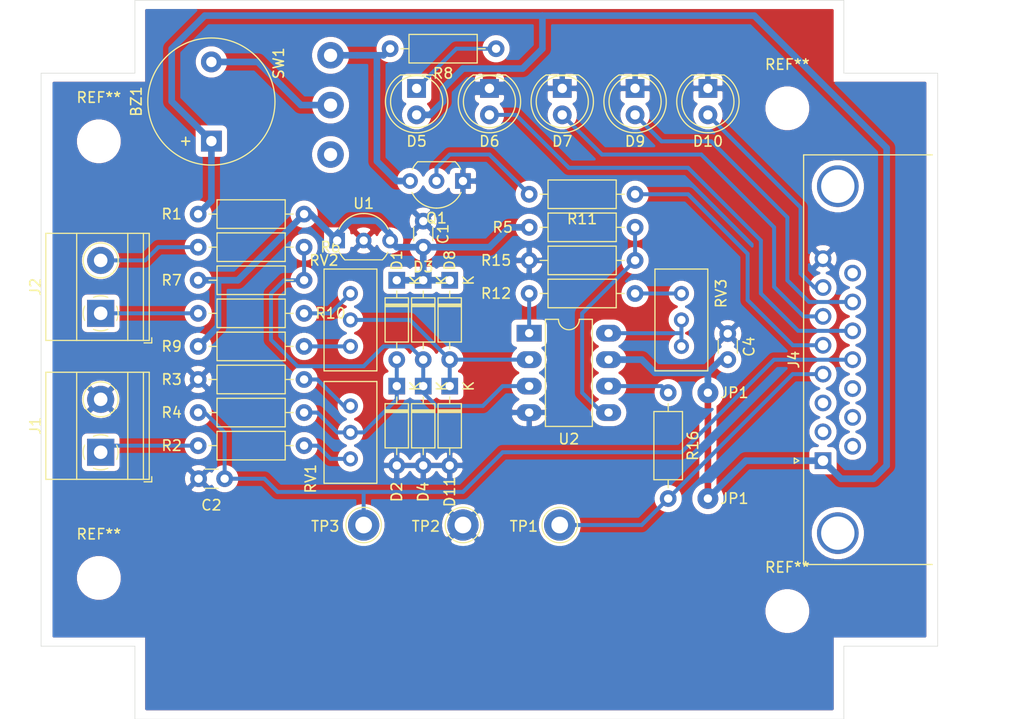
<source format=kicad_pcb>
(kicad_pcb (version 20171130) (host pcbnew 5.1.5+dfsg1-2build2)
  (layers (0 F.Cu signal) (31 B.Cu signal) (34 B.Paste user) (35 F.Paste user) (36 B.SilkS user) (37 F.SilkS user) (38 B.Mask user) (39 F.Mask user) (44 Edge.Cuts user))
  (net 0 "")
  (net 1 +5V)
  (net 2 "Net-(BZ1-Pad2)")
  (net 3 +2V5)
  (net 4 GND)
  (net 5 VS)
  (net 6 "Net-(D1-Pad2)")
  (net 7 "Net-(D3-Pad2)")
  (net 8 "Net-(D5-Pad1)")
  (net 9 IND0)
  (net 10 IND1)
  (net 11 IND2)
  (net 12 IND3)
  (net 13 BAT)
  (net 14 "Net-(J4-Pad2)")
  (net 15 "Net-(J4-Pad3)")
  (net 16 CS)
  (net 17 ALARM)
  (net 18 "Net-(J4-Pad9)")
  (net 19 "Net-(J4-Pad10)")
  (net 20 "Net-(J4-Pad11)")
  (net 21 "Net-(J4-Pad15)")
  (net 22 "Net-(R2-Pad1)")
  (net 23 "Net-(R3-Pad2)")
  (net 24 "Net-(R15-Pad1)")
  (net 25 "Net-(R9-Pad1)")
  (net 26 "Net-(R12-Pad2)")
  (net 27 "Net-(R12-Pad1)")
  (net 28 "Net-(R16-Pad1)")
  (net 29 "Net-(SW1-Pad3)")
  (net 30 "Net-(D11-Pad1)")
  (net 31 SHUNT-)
  (net 32 SHUNT+)
  (net 33 "Net-(RV3-Pad1)")
  (net 34 "Net-(R10-Pad1)")
  (net 35 "Net-(Q1-Pad3)")
  (net 36 "Net-(Q1-Pad2)")
  (module Resistor_THT:R_Axial_DIN0207_L6.3mm_D2.5mm_P10.16mm_Horizontal (layer F.Cu) (at 153.64 62.65 180)
    (fp_text reference R8 (at 5.08 -2.37) (layer F.SilkS))
    (fp_text value 270)
    (pad 2 thru_hole oval (at 10.16 0 180) (size 1.6 1.6) (drill 0.8) (layers *.Cu *.Mask) (net 35 "Net-(Q1-Pad3)"))
    (pad 1 thru_hole circle (at 0 0 180) (size 1.6 1.6) (drill 0.8) (layers *.Cu *.Mask) (net 8 "Net-(D5-Pad1)"))
  )
  (module Connector_Wire:SolderWirePad_1x01_Drill0.8mm (layer F.Cu) (at 173.96 105.83)
    (fp_text reference JP1 (at 2.54 0) (layer F.SilkS))
    (fp_text value SolderWirePad_1x01_Drill0.8mm)
    (pad 1 thru_hole circle (at 0 0) (size 1.99898 1.99898) (drill 0.8001) (layers *.Cu *.Mask) (net 1 +5V))
  )
  (module Connector_Wire:SolderWirePad_1x01_Drill0.8mm (layer F.Cu) (at 173.96 95.67)
    (fp_text reference JP1 (at 2.54 0) (layer F.SilkS))
    (fp_text value SolderWirePad_1x01_Drill0.8mm)
    (pad 1 thru_hole circle (at 0 0) (size 1.99898 1.99898) (drill 0.8001) (layers *.Cu *.Mask) (net 1 +5V))
  )
  (module LED_THT:LED_D5.0mm (layer F.Cu) (at 166.975 66.46 270)
    (fp_text reference D9 (at 5.08 0 180) (layer F.SilkS))
    (fp_text value GREEN,10mA)
    (pad 1 thru_hole rect (at 0 0 270) (size 1.8 1.8) (drill 0.9) (layers *.Cu *.Mask) (net 4 GND))
    (pad 2 thru_hole circle (at 2.54 0 270) (size 1.8 1.8) (drill 0.9) (layers *.Cu *.Mask) (net 11 IND2))
  )
  (module Resistor_THT:R_Axial_DIN0207_L6.3mm_D2.5mm_P10.16mm_Horizontal (layer F.Cu) (at 156.815 79.795)
    (fp_text reference R5 (at -2.54 0) (layer F.SilkS))
    (fp_text value 10K_1%)
    (pad 2 thru_hole oval (at 10.16 0) (size 1.6 1.6) (drill 0.8) (layers *.Cu *.Mask) (net 24 "Net-(R15-Pad1)"))
    (pad 1 thru_hole circle (at 0 0) (size 1.6 1.6) (drill 0.8) (layers *.Cu *.Mask) (net 3 +2V5))
  )
  (module Potentiometer_THT:Potentiometer_Bourns_3296W_Vertical (layer F.Cu) (at 139.67 96.94 90)
    (fp_text reference RV1 (at -6.985 -3.81 90) (layer F.SilkS))
    (fp_text value "1K, 3362P")
    (pad 1 thru_hole circle (at 0 0 90) (size 1.44 1.44) (drill 0.8) (layers *.Cu *.Mask) (net 23 "Net-(R3-Pad2)"))
    (pad 2 thru_hole circle (at -2.54 0 90) (size 1.44 1.44) (drill 0.8) (layers *.Cu *.Mask) (net 6 "Net-(D1-Pad2)"))
    (pad 3 thru_hole circle (at -5.08 0 90) (size 1.44 1.44) (drill 0.8) (layers *.Cu *.Mask) (net 22 "Net-(R2-Pad1)"))
  )
  (module MountingHole:MountingHole_3.2mm_M3 (layer F.Cu) (at 181.58 68.37)
    (fp_text reference REF** (at 0 -4.2) (layer F.SilkS))
    (fp_text value MountingHole_3.2mm_M3)
    (pad 1 np_thru_hole circle (at 0 0) (size 3.2 3.2) (drill 3.2) (layers *.Cu *.Mask))
  )
  (module MountingHole:MountingHole_3.2mm_M3 (layer F.Cu) (at 181.58 116.63)
    (fp_text reference REF** (at 0 -4.2) (layer F.SilkS))
    (fp_text value MountingHole_3.2mm_M3)
    (pad 1 np_thru_hole circle (at 0 0) (size 3.2 3.2) (drill 3.2) (layers *.Cu *.Mask))
  )
  (module MountingHole:MountingHole_3.2mm_M3 (layer F.Cu) (at 115.54 71.54)
    (fp_text reference REF** (at 0 -4.2) (layer F.SilkS))
    (fp_text value MountingHole_3.2mm_M3)
    (pad 1 np_thru_hole circle (at 0 0) (size 3.2 3.2) (drill 3.2) (layers *.Cu *.Mask))
  )
  (module MountingHole:MountingHole_3.2mm_M3 (layer F.Cu) (at 115.54 113.45)
    (fp_text reference REF** (at 0 -4.2) (layer F.SilkS))
    (fp_text value MountingHole_3.2mm_M3)
    (pad 1 np_thru_hole circle (at 0 0) (size 3.2 3.2) (drill 3.2) (layers *.Cu *.Mask))
  )
  (module Buzzer_Beeper:Buzzer_12x9.5RM7.6 (layer F.Cu) (at 126.335 71.52 90)
    (fp_text reference BZ1 (at 3.8 -7.2 90) (layer F.SilkS))
    (fp_text value CMI-1295IC-0585T)
    (fp_text user + (at -0.01 -2.54 90) (layer F.SilkS))
    (pad 1 thru_hole rect (at 0 0 90) (size 2 2) (drill 1) (layers *.Cu *.Mask) (net 1 +5V))
    (pad 2 thru_hole circle (at 7.6 0 90) (size 2 2) (drill 1) (layers *.Cu *.Mask) (net 2 "Net-(BZ1-Pad2)"))
  )
  (module Capacitor_THT:C_Disc_D3.0mm_W1.6mm_P2.50mm (layer F.Cu) (at 146.655 81.7 90)
    (fp_text reference C1 (at 1.27 1.905 90) (layer F.SilkS))
    (fp_text value 1u)
    (pad 1 thru_hole circle (at 0 0 90) (size 1.6 1.6) (drill 0.8) (layers *.Cu *.Mask) (net 3 +2V5))
    (pad 2 thru_hole circle (at 2.5 0 90) (size 1.6 1.6) (drill 0.8) (layers *.Cu *.Mask) (net 4 GND))
  )
  (module Capacitor_THT:C_Disc_D3.0mm_W1.6mm_P2.50mm (layer F.Cu) (at 125.105 103.925)
    (fp_text reference C2 (at 1.23 2.54) (layer F.SilkS))
    (fp_text value 1u)
    (pad 2 thru_hole circle (at 2.5 0) (size 1.6 1.6) (drill 0.8) (layers *.Cu *.Mask) (net 5 VS))
    (pad 1 thru_hole circle (at 0 0) (size 1.6 1.6) (drill 0.8) (layers *.Cu *.Mask) (net 4 GND))
  )
  (module Capacitor_THT:C_Disc_D3.0mm_W1.6mm_P2.50mm (layer F.Cu) (at 175.865 89.995 270)
    (fp_text reference C4 (at 1.25 -2.05 90) (layer F.SilkS))
    (fp_text value 1u)
    (pad 1 thru_hole circle (at 0 0 270) (size 1.6 1.6) (drill 0.8) (layers *.Cu *.Mask) (net 4 GND))
    (pad 2 thru_hole circle (at 2.5 0 270) (size 1.6 1.6) (drill 0.8) (layers *.Cu *.Mask) (net 1 +5V))
  )
  (module Diode_THT:D_DO-35_SOD27_P7.62mm_Horizontal (layer F.Cu) (at 144.115 84.875 270)
    (fp_text reference D1 (at -1.905 0 90) (layer F.SilkS))
    (fp_text value 1N3595)
    (fp_text user K (at 0 -1.8 90) (layer F.SilkS))
    (pad 2 thru_hole oval (at 7.62 0 270) (size 1.6 1.6) (drill 0.8) (layers *.Cu *.Mask) (net 6 "Net-(D1-Pad2)"))
    (pad 1 thru_hole rect (at 0 0 270) (size 1.6 1.6) (drill 0.8) (layers *.Cu *.Mask) (net 3 +2V5))
  )
  (module Diode_THT:D_DO-35_SOD27_P7.62mm_Horizontal (layer F.Cu) (at 144.115 95.035 270)
    (fp_text reference D2 (at 10.16 0 90) (layer F.SilkS))
    (fp_text value 1N3595)
    (fp_text user K (at 0 -1.8 90) (layer F.SilkS))
    (pad 1 thru_hole rect (at 0 0 270) (size 1.6 1.6) (drill 0.8) (layers *.Cu *.Mask) (net 6 "Net-(D1-Pad2)"))
    (pad 2 thru_hole oval (at 7.62 0 270) (size 1.6 1.6) (drill 0.8) (layers *.Cu *.Mask) (net 4 GND))
  )
  (module Diode_THT:D_DO-35_SOD27_P7.62mm_Horizontal (layer F.Cu) (at 146.655 84.875 270)
    (fp_text reference D3 (at -1.27 0 180) (layer F.SilkS))
    (fp_text value 1N3595)
    (fp_text user K (at 0 -1.8 90) (layer F.SilkS))
    (pad 1 thru_hole rect (at 0 0 270) (size 1.6 1.6) (drill 0.8) (layers *.Cu *.Mask) (net 3 +2V5))
    (pad 2 thru_hole oval (at 7.62 0 270) (size 1.6 1.6) (drill 0.8) (layers *.Cu *.Mask) (net 7 "Net-(D3-Pad2)"))
  )
  (module Diode_THT:D_DO-35_SOD27_P7.62mm_Horizontal (layer F.Cu) (at 146.655 95.035 270)
    (fp_text reference D4 (at 10.16 0 90) (layer F.SilkS))
    (fp_text value 1N3595)
    (fp_text user K (at 0 -1.8 90) (layer F.SilkS))
    (pad 2 thru_hole oval (at 7.62 0 270) (size 1.6 1.6) (drill 0.8) (layers *.Cu *.Mask) (net 4 GND))
    (pad 1 thru_hole rect (at 0 0 270) (size 1.6 1.6) (drill 0.8) (layers *.Cu *.Mask) (net 7 "Net-(D3-Pad2)"))
  )
  (module LED_THT:LED_D5.0mm (layer F.Cu) (at 146.02 66.46 270)
    (fp_text reference D5 (at 5.08 0 180) (layer F.SilkS))
    (fp_text value RED,10mA)
    (pad 1 thru_hole rect (at 0 0 270) (size 1.8 1.8) (drill 0.9) (layers *.Cu *.Mask) (net 8 "Net-(D5-Pad1)"))
    (pad 2 thru_hole circle (at 2.54 0 270) (size 1.8 1.8) (drill 0.9) (layers *.Cu *.Mask) (net 1 +5V))
  )
  (module LED_THT:LED_D5.0mm (layer F.Cu) (at 153.005 66.46 270)
    (fp_text reference D6 (at 5.08 0 180) (layer F.SilkS))
    (fp_text value RED,10mA)
    (pad 2 thru_hole circle (at 2.54 0 270) (size 1.8 1.8) (drill 0.9) (layers *.Cu *.Mask) (net 9 IND0))
    (pad 1 thru_hole rect (at 0 0 270) (size 1.8 1.8) (drill 0.9) (layers *.Cu *.Mask) (net 4 GND))
  )
  (module LED_THT:LED_D5.0mm (layer F.Cu) (at 159.99 66.46 270)
    (fp_text reference D7 (at 5.08 0 180) (layer F.SilkS))
    (fp_text value GREEN,10mA)
    (pad 1 thru_hole rect (at 0 0 270) (size 1.8 1.8) (drill 0.9) (layers *.Cu *.Mask) (net 4 GND))
    (pad 2 thru_hole circle (at 2.54 0 270) (size 1.8 1.8) (drill 0.9) (layers *.Cu *.Mask) (net 10 IND1))
  )
  (module LED_THT:LED_D5.0mm (layer F.Cu) (at 173.96 66.46 270)
    (fp_text reference D10 (at 5.08 0 180) (layer F.SilkS))
    (fp_text value GREEN,10mA)
    (pad 2 thru_hole circle (at 2.54 0 270) (size 1.8 1.8) (drill 0.9) (layers *.Cu *.Mask) (net 12 IND3))
    (pad 1 thru_hole rect (at 0 0 270) (size 1.8 1.8) (drill 0.9) (layers *.Cu *.Mask) (net 4 GND))
  )
  (module Connector_Dsub:DSUB-15_Male_Horizontal_P2.77x2.84mm_EdgePinOffset7.70mm_Housed_MountingHolesOffset9.12mm (layer F.Cu) (at 185 102.19558 90)
    (fp_text reference J4 (at 9.695 -2.8 90) (layer F.SilkS))
    (fp_text value DB15_Male)
    (pad 1 thru_hole rect (at 0 0 90) (size 1.6 1.6) (drill 1) (layers *.Cu *.Mask) (net 1 +5V))
    (pad 2 thru_hole circle (at 2.77 0 90) (size 1.6 1.6) (drill 1) (layers *.Cu *.Mask) (net 14 "Net-(J4-Pad2)"))
    (pad 3 thru_hole circle (at 5.54 0 90) (size 1.6 1.6) (drill 1) (layers *.Cu *.Mask) (net 15 "Net-(J4-Pad3)"))
    (pad 4 thru_hole circle (at 8.31 0 90) (size 1.6 1.6) (drill 1) (layers *.Cu *.Mask) (net 16 CS))
    (pad 5 thru_hole circle (at 11.08 0 90) (size 1.6 1.6) (drill 1) (layers *.Cu *.Mask) (net 17 ALARM))
    (pad 6 thru_hole circle (at 13.85 0 90) (size 1.6 1.6) (drill 1) (layers *.Cu *.Mask) (net 10 IND1))
    (pad 7 thru_hole circle (at 16.62 0 90) (size 1.6 1.6) (drill 1) (layers *.Cu *.Mask) (net 12 IND3))
    (pad 8 thru_hole circle (at 19.39 0 90) (size 1.6 1.6) (drill 1) (layers *.Cu *.Mask) (net 4 GND))
    (pad 9 thru_hole circle (at 1.385 2.84 90) (size 1.6 1.6) (drill 1) (layers *.Cu *.Mask) (net 18 "Net-(J4-Pad9)"))
    (pad 10 thru_hole circle (at 4.155 2.84 90) (size 1.6 1.6) (drill 1) (layers *.Cu *.Mask) (net 19 "Net-(J4-Pad10)"))
    (pad 11 thru_hole circle (at 6.925 2.84 90) (size 1.6 1.6) (drill 1) (layers *.Cu *.Mask) (net 20 "Net-(J4-Pad11)"))
    (pad 12 thru_hole circle (at 9.695 2.84 90) (size 1.6 1.6) (drill 1) (layers *.Cu *.Mask) (net 5 VS))
    (pad 13 thru_hole circle (at 12.465 2.84 90) (size 1.6 1.6) (drill 1) (layers *.Cu *.Mask) (net 9 IND0))
    (pad 14 thru_hole circle (at 15.235 2.84 90) (size 1.6 1.6) (drill 1) (layers *.Cu *.Mask) (net 11 IND2))
    (pad 15 thru_hole circle (at 18.005 2.84 90) (size 1.6 1.6) (drill 1) (layers *.Cu *.Mask) (net 21 "Net-(J4-Pad15)"))
    (pad 0 thru_hole circle (at -6.955 1.42 90) (size 4 4) (drill 3.2) (layers *.Cu *.Mask))
    (pad 0 thru_hole circle (at 26.345 1.42 90) (size 4 4) (drill 3.2) (layers *.Cu *.Mask))
  )
  (module Resistor_THT:R_Axial_DIN0207_L6.3mm_D2.5mm_P10.16mm_Horizontal (layer F.Cu) (at 125.065 78.525)
    (fp_text reference R1 (at -2.54 0) (layer F.SilkS))
    (fp_text value 500)
    (pad 1 thru_hole circle (at 0 0) (size 1.6 1.6) (drill 0.8) (layers *.Cu *.Mask) (net 1 +5V))
    (pad 2 thru_hole oval (at 10.16 0) (size 1.6 1.6) (drill 0.8) (layers *.Cu *.Mask) (net 3 +2V5))
  )
  (module Resistor_THT:R_Axial_DIN0207_L6.3mm_D2.5mm_P10.16mm_Horizontal (layer F.Cu) (at 135.225 100.75 180)
    (fp_text reference R2 (at 12.7 0) (layer F.SilkS))
    (fp_text value 10K_1%)
    (pad 2 thru_hole oval (at 10.16 0 180) (size 1.6 1.6) (drill 0.8) (layers *.Cu *.Mask) (net 13 BAT))
    (pad 1 thru_hole circle (at 0 0 180) (size 1.6 1.6) (drill 0.8) (layers *.Cu *.Mask) (net 22 "Net-(R2-Pad1)"))
  )
  (module Resistor_THT:R_Axial_DIN0207_L6.3mm_D2.5mm_P10.16mm_Horizontal (layer F.Cu) (at 125.065 94.4)
    (fp_text reference R3 (at -2.54 0) (layer F.SilkS))
    (fp_text value 1K2_1%)
    (pad 1 thru_hole circle (at 0 0) (size 1.6 1.6) (drill 0.8) (layers *.Cu *.Mask) (net 4 GND))
    (pad 2 thru_hole oval (at 10.16 0) (size 1.6 1.6) (drill 0.8) (layers *.Cu *.Mask) (net 23 "Net-(R3-Pad2)"))
  )
  (module Resistor_THT:R_Axial_DIN0207_L6.3mm_D2.5mm_P10.16mm_Horizontal (layer F.Cu) (at 135.225 97.575 180)
    (fp_text reference R4 (at 12.7 0) (layer F.SilkS))
    (fp_text value 100)
    (pad 1 thru_hole circle (at 0 0 180) (size 1.6 1.6) (drill 0.8) (layers *.Cu *.Mask) (net 6 "Net-(D1-Pad2)"))
    (pad 2 thru_hole oval (at 10.16 0 180) (size 1.6 1.6) (drill 0.8) (layers *.Cu *.Mask) (net 5 VS))
  )
  (module Resistor_THT:R_Axial_DIN0207_L6.3mm_D2.5mm_P10.16mm_Horizontal (layer F.Cu) (at 135.225 81.7 180)
    (fp_text reference R6 (at -2.54 0) (layer F.SilkS))
    (fp_text value 10K_1%)
    (pad 1 thru_hole circle (at 0 0 180) (size 1.6 1.6) (drill 0.8) (layers *.Cu *.Mask) (net 7 "Net-(D3-Pad2)"))
    (pad 2 thru_hole oval (at 10.16 0 180) (size 1.6 1.6) (drill 0.8) (layers *.Cu *.Mask) (net 32 SHUNT+))
  )
  (module Resistor_THT:R_Axial_DIN0207_L6.3mm_D2.5mm_P10.16mm_Horizontal (layer F.Cu) (at 135.225 84.875 180)
    (fp_text reference R7 (at 12.7 0) (layer F.SilkS))
    (fp_text value 10K_1%)
    (pad 1 thru_hole circle (at 0 0 180) (size 1.6 1.6) (drill 0.8) (layers *.Cu *.Mask) (net 7 "Net-(D3-Pad2)"))
    (pad 2 thru_hole oval (at 10.16 0 180) (size 1.6 1.6) (drill 0.8) (layers *.Cu *.Mask) (net 3 +2V5))
  )
  (module Resistor_THT:R_Axial_DIN0207_L6.3mm_D2.5mm_P10.16mm_Horizontal (layer F.Cu) (at 135.225 91.225 180)
    (fp_text reference R9 (at 12.7 0) (layer F.SilkS))
    (fp_text value 10K_1%)
    (pad 2 thru_hole oval (at 10.16 0 180) (size 1.6 1.6) (drill 0.8) (layers *.Cu *.Mask) (net 3 +2V5))
    (pad 1 thru_hole circle (at 0 0 180) (size 1.6 1.6) (drill 0.8) (layers *.Cu *.Mask) (net 25 "Net-(R9-Pad1)"))
  )
  (module Resistor_THT:R_Axial_DIN0207_L6.3mm_D2.5mm_P10.16mm_Horizontal (layer F.Cu) (at 135.225 88.05 180)
    (fp_text reference R10 (at -2.54 0) (layer F.SilkS))
    (fp_text value 10K_1%)
    (pad 1 thru_hole circle (at 0 0 180) (size 1.6 1.6) (drill 0.8) (layers *.Cu *.Mask) (net 34 "Net-(R10-Pad1)"))
    (pad 2 thru_hole oval (at 10.16 0 180) (size 1.6 1.6) (drill 0.8) (layers *.Cu *.Mask) (net 31 SHUNT-))
  )
  (module Resistor_THT:R_Axial_DIN0207_L6.3mm_D2.5mm_P10.16mm_Horizontal (layer F.Cu) (at 166.975 86.145 180)
    (fp_text reference R12 (at 13.335 0) (layer F.SilkS))
    (fp_text value 4K7)
    (pad 2 thru_hole oval (at 10.16 0 180) (size 1.6 1.6) (drill 0.8) (layers *.Cu *.Mask) (net 26 "Net-(R12-Pad2)"))
    (pad 1 thru_hole circle (at 0 0 180) (size 1.6 1.6) (drill 0.8) (layers *.Cu *.Mask) (net 27 "Net-(R12-Pad1)"))
  )
  (module Resistor_THT:R_Axial_DIN0207_L6.3mm_D2.5mm_P10.16mm_Horizontal (layer F.Cu) (at 166.975 82.97 180)
    (fp_text reference R15 (at 13.335 0) (layer F.SilkS))
    (fp_text value 10K_1%)
    (pad 2 thru_hole oval (at 10.16 0 180) (size 1.6 1.6) (drill 0.8) (layers *.Cu *.Mask) (net 4 GND))
    (pad 1 thru_hole circle (at 0 0 180) (size 1.6 1.6) (drill 0.8) (layers *.Cu *.Mask) (net 24 "Net-(R15-Pad1)"))
  )
  (module Resistor_THT:R_Axial_DIN0207_L6.3mm_D2.5mm_P10.16mm_Horizontal (layer F.Cu) (at 170.15 95.67 270)
    (fp_text reference R16 (at 5.08 -2.37 90) (layer F.SilkS))
    (fp_text value 100)
    (pad 1 thru_hole circle (at 0 0 270) (size 1.6 1.6) (drill 0.8) (layers *.Cu *.Mask) (net 28 "Net-(R16-Pad1)"))
    (pad 2 thru_hole oval (at 10.16 0 270) (size 1.6 1.6) (drill 0.8) (layers *.Cu *.Mask) (net 16 CS))
  )
  (module TestPoint:TestPoint_Loop_D2.60mm_Drill1.6mm_Beaded (layer F.Cu) (at 159.745001 108.37)
    (fp_text reference TP1 (at -3.438001 0.127) (layer F.SilkS))
    (fp_text value TestPoint)
    (pad 1 thru_hole circle (at 0 0) (size 3 3) (drill 1.6) (layers *.Cu *.Mask) (net 16 CS))
  )
  (module TestPoint:TestPoint_Loop_D2.60mm_Drill1.6mm_Beaded (layer F.Cu) (at 150.465 108.37)
    (fp_text reference TP2 (at -3.556 0.127) (layer F.SilkS))
    (fp_text value TestPoint)
    (pad 1 thru_hole circle (at 0 0) (size 3 3) (drill 1.6) (layers *.Cu *.Mask) (net 4 GND))
  )
  (module TestPoint:TestPoint_Loop_D2.60mm_Drill1.6mm_Beaded (layer F.Cu) (at 140.94 108.37)
    (fp_text reference TP3 (at -3.683 0.127) (layer F.SilkS))
    (fp_text value TestPoint)
    (pad 1 thru_hole circle (at 0 0) (size 3 3) (drill 1.6) (layers *.Cu *.Mask) (net 5 VS))
  )
  (module Package_TO_SOT_THT:TO-92_Inline_Wide (layer F.Cu) (at 138.4 81.065)
    (fp_text reference U1 (at 2.54 -3.56) (layer F.SilkS))
    (fp_text value TL431LP)
    (pad 2 thru_hole circle (at 2.54 0 90) (size 1.5 1.5) (drill 0.8) (layers *.Cu *.Mask) (net 4 GND))
    (pad 3 thru_hole circle (at 5.08 0 90) (size 1.5 1.5) (drill 0.8) (layers *.Cu *.Mask) (net 3 +2V5))
    (pad 1 thru_hole rect (at 0 0 90) (size 1.5 1.5) (drill 0.8) (layers *.Cu *.Mask) (net 3 +2V5))
  )
  (module Package_DIP:DIP-8_W7.62mm_LongPads (layer F.Cu) (at 156.815 89.955)
    (fp_text reference U2 (at 3.81 10.16) (layer F.SilkS))
    (fp_text value AD623AN)
    (pad 1 thru_hole rect (at 0 0) (size 2.4 1.6) (drill 0.8) (layers *.Cu *.Mask) (net 26 "Net-(R12-Pad2)"))
    (pad 5 thru_hole oval (at 7.62 7.62) (size 2.4 1.6) (drill 0.8) (layers *.Cu *.Mask) (net 24 "Net-(R15-Pad1)"))
    (pad 2 thru_hole oval (at 0 2.54) (size 2.4 1.6) (drill 0.8) (layers *.Cu *.Mask) (net 30 "Net-(D11-Pad1)"))
    (pad 6 thru_hole oval (at 7.62 5.08) (size 2.4 1.6) (drill 0.8) (layers *.Cu *.Mask) (net 28 "Net-(R16-Pad1)"))
    (pad 3 thru_hole oval (at 0 5.08) (size 2.4 1.6) (drill 0.8) (layers *.Cu *.Mask) (net 7 "Net-(D3-Pad2)"))
    (pad 7 thru_hole oval (at 7.62 2.54) (size 2.4 1.6) (drill 0.8) (layers *.Cu *.Mask) (net 1 +5V))
    (pad 4 thru_hole oval (at 0 7.62) (size 2.4 1.6) (drill 0.8) (layers *.Cu *.Mask) (net 4 GND))
    (pad 8 thru_hole oval (at 7.62 0) (size 2.4 1.6) (drill 0.8) (layers *.Cu *.Mask) (net 33 "Net-(RV3-Pad1)"))
  )
  (module Diode_THT:D_DO-35_SOD27_P7.62mm_Horizontal (layer F.Cu) (at 149.195 84.875 270)
    (fp_text reference D8 (at -1.905 0 90) (layer F.SilkS))
    (fp_text value 1N3595)
    (fp_text user K (at 0 -1.8 90) (layer F.SilkS))
    (pad 2 thru_hole oval (at 7.62 0 270) (size 1.6 1.6) (drill 0.8) (layers *.Cu *.Mask) (net 30 "Net-(D11-Pad1)"))
    (pad 1 thru_hole rect (at 0 0 270) (size 1.6 1.6) (drill 0.8) (layers *.Cu *.Mask) (net 3 +2V5))
  )
  (module Diode_THT:D_DO-35_SOD27_P7.62mm_Horizontal (layer F.Cu) (at 149.195 95.035 270)
    (fp_text reference D11 (at 10.16 0 90) (layer F.SilkS))
    (fp_text value 1N3595)
    (fp_text user K (at 0 -1.8 90) (layer F.SilkS))
    (pad 1 thru_hole rect (at 0 0 270) (size 1.6 1.6) (drill 0.8) (layers *.Cu *.Mask) (net 30 "Net-(D11-Pad1)"))
    (pad 2 thru_hole oval (at 7.62 0 270) (size 1.6 1.6) (drill 0.8) (layers *.Cu *.Mask) (net 4 GND))
  )
  (module TerminalBlock_Phoenix:TerminalBlock_Phoenix_MKDS-1,5-2-5.08_1x02_P5.08mm_Horizontal (layer F.Cu) (at 115.715 101.385 90)
    (fp_text reference J1 (at 2.54 -6.26 90) (layer F.SilkS))
    (fp_text value Conn_01x02)
    (pad 2 thru_hole circle (at 5.08 0 90) (size 2.6 2.6) (drill 1.3) (layers *.Cu *.Mask) (net 4 GND))
    (pad 1 thru_hole rect (at 0 0 90) (size 2.6 2.6) (drill 1.3) (layers *.Cu *.Mask) (net 13 BAT))
  )
  (module TerminalBlock_Phoenix:TerminalBlock_Phoenix_MKDS-1,5-2-5.08_1x02_P5.08mm_Horizontal (layer F.Cu) (at 115.715 88.05 90)
    (fp_text reference J2 (at 2.54 -6.26 90) (layer F.SilkS))
    (fp_text value Conn_01x02)
    (pad 1 thru_hole rect (at 0 0 90) (size 2.6 2.6) (drill 1.3) (layers *.Cu *.Mask) (net 31 SHUNT-))
    (pad 2 thru_hole circle (at 5.08 0 90) (size 2.6 2.6) (drill 1.3) (layers *.Cu *.Mask) (net 32 SHUNT+))
  )
  (module Potentiometer_THT:Potentiometer_Bourns_3296W_Vertical (layer F.Cu) (at 171.42 91.225 270)
    (fp_text reference RV3 (at -5.08 -3.81 90) (layer F.SilkS))
    (fp_text value "1K, 3362P")
    (pad 1 thru_hole circle (at 0 0 270) (size 1.44 1.44) (drill 0.8) (layers *.Cu *.Mask) (net 33 "Net-(RV3-Pad1)"))
    (pad 2 thru_hole circle (at -2.54 0 270) (size 1.44 1.44) (drill 0.8) (layers *.Cu *.Mask) (net 33 "Net-(RV3-Pad1)"))
    (pad 3 thru_hole circle (at -5.08 0 270) (size 1.44 1.44) (drill 0.8) (layers *.Cu *.Mask) (net 27 "Net-(R12-Pad1)"))
  )
  (module Potentiometer_THT:Potentiometer_Bourns_3296W_Vertical (layer F.Cu) (at 139.67 86.145 90)
    (fp_text reference RV2 (at 3.175 -2.54 180) (layer F.SilkS))
    (fp_text value "1K, 3362P")
    (pad 1 thru_hole circle (at 0 0 90) (size 1.44 1.44) (drill 0.8) (layers *.Cu *.Mask) (net 34 "Net-(R10-Pad1)"))
    (pad 2 thru_hole circle (at -2.54 0 90) (size 1.44 1.44) (drill 0.8) (layers *.Cu *.Mask) (net 30 "Net-(D11-Pad1)"))
    (pad 3 thru_hole circle (at -5.08 0 90) (size 1.44 1.44) (drill 0.8) (layers *.Cu *.Mask) (net 25 "Net-(R9-Pad1)"))
  )
  (module _batmon:SW_CIT_ANT_SPDT (layer F.Cu) (at 137.765 63.285 270)
    (fp_text reference SW1 (at 0.762 4.9784 90) (layer F.SilkS))
    (fp_text value ANT11SF1CQE)
    (pad 1 thru_hole circle (at 0 0 270) (size 2.54 2.54) (drill 1.27) (layers *.Cu *.Mask) (net 35 "Net-(Q1-Pad3)"))
    (pad 2 thru_hole circle (at 4.7752 0 270) (size 2.54 2.54) (drill 1.27) (layers *.Cu *.Mask) (net 2 "Net-(BZ1-Pad2)"))
    (pad 3 thru_hole circle (at 9.525 0 270) (size 2.54 2.54) (drill 1.27) (layers *.Cu *.Mask) (net 29 "Net-(SW1-Pad3)"))
  )
  (module Package_TO_SOT_THT:TO-92_Inline_Wide (layer F.Cu) (at 150.465 75.35 180)
    (fp_text reference Q1 (at 2.54 -3.56) (layer F.SilkS))
    (fp_text value PN2222A)
    (pad 2 thru_hole circle (at 2.54 0 270) (size 1.5 1.5) (drill 0.8) (layers *.Cu *.Mask) (net 36 "Net-(Q1-Pad2)"))
    (pad 3 thru_hole circle (at 5.08 0 270) (size 1.5 1.5) (drill 0.8) (layers *.Cu *.Mask) (net 35 "Net-(Q1-Pad3)"))
    (pad 1 thru_hole rect (at 0 0 270) (size 1.5 1.5) (drill 0.8) (layers *.Cu *.Mask) (net 4 GND))
  )
  (module Resistor_THT:R_Axial_DIN0207_L6.3mm_D2.5mm_P10.16mm_Horizontal (layer F.Cu) (at 166.975 76.62 180)
    (fp_text reference R11 (at 5.08 -2.37) (layer F.SilkS))
    (fp_text value 270)
    (pad 1 thru_hole circle (at 0 0 180) (size 1.6 1.6) (drill 0.8) (layers *.Cu *.Mask) (net 17 ALARM))
    (pad 2 thru_hole oval (at 10.16 0 180) (size 1.6 1.6) (drill 0.8) (layers *.Cu *.Mask) (net 36 "Net-(Q1-Pad2)"))
  )
  (gr_text + (at 115.54 107.1) (layer F.Cu) (effects (font (size 1.5 1.5) (thickness 0.3))))
  (gr_text + (at 115.54 77.89) (layer F.Cu) (effects (font (size 1.5 1.5) (thickness 0.3))))
  (gr_text I (at 159.355 112.18) (layer F.Cu) (effects (font (size 1.905 1.905) (thickness 0.381))))
  (gr_text V (at 140.94 112.18) (layer F.Cu) (effects (font (size 1.905 1.905) (thickness 0.381))))
  (gr_text GND (at 150.465 112.18) (layer F.Cu) (effects (font (size 1.905 1.905) (thickness 0.381))))
  (gr_line (start 187 65) (end 196 65) (layer Edge.Cuts) (width 0.05))
  (gr_line (start 187 58) (end 187 65) (layer Edge.Cuts) (width 0.05))
  (gr_line (start 119 58) (end 187 58) (layer Edge.Cuts) (width 0.05))
  (gr_line (start 119 65) (end 119 58) (layer Edge.Cuts) (width 0.05))
  (gr_line (start 110 65) (end 119 65) (layer Edge.Cuts) (width 0.05))
  (gr_line (start 110 120) (end 110 65) (layer Edge.Cuts) (width 0.05))
  (gr_line (start 119 120) (end 110 120) (layer Edge.Cuts) (width 0.05))
  (gr_line (start 119 127) (end 119 120) (layer Edge.Cuts) (width 0.05))
  (gr_line (start 187 127) (end 119 127) (layer Edge.Cuts) (width 0.05))
  (gr_line (start 187 120) (end 187 127) (layer Edge.Cuts) (width 0.05))
  (gr_line (start 196 120) (end 187 120) (layer Edge.Cuts) (width 0.05))
  (gr_line (start 196 65) (end 196 120) (layer Edge.Cuts) (width 0.05))
  (segment (start 126.335 77.255) (end 125.065 78.525) (width 0.635) (layer B.Cu) (net 1))
  (segment (start 126.335 71.52) (end 126.335 77.255) (width 0.635) (layer B.Cu) (net 1))
  (segment (start 173.96 95.67) (end 173.96 94.4) (width 0.635) (layer B.Cu) (net 1))
  (segment (start 173.96 94.4) (end 173.96 93.765) (width 0.635) (layer B.Cu) (net 1))
  (segment (start 173.96 93.765) (end 168.88 93.765) (width 0.635) (layer B.Cu) (net 1))
  (segment (start 167.61 92.495) (end 164.435 92.495) (width 0.635) (layer B.Cu) (net 1))
  (segment (start 168.88 93.765) (end 167.61 92.495) (width 0.635) (layer B.Cu) (net 1))
  (segment (start 173.96 93.765) (end 175.23 92.495) (width 0.635) (layer B.Cu) (net 1))
  (segment (start 175.23 92.495) (end 175.865 92.495) (width 0.635) (layer B.Cu) (net 1))
  (segment (start 173.96 105.83) (end 173.96 95.67) (width 0.635) (layer F.Cu) (net 1))
  (segment (start 178.405 59.475) (end 158.085 59.475) (width 0.635) (layer B.Cu) (net 1))
  (segment (start 191.105 72.175) (end 178.405 59.475) (width 0.635) (layer B.Cu) (net 1))
  (segment (start 191.105 102.655) (end 191.105 72.175) (width 0.635) (layer B.Cu) (net 1))
  (segment (start 189.835 103.925) (end 191.105 102.655) (width 0.635) (layer B.Cu) (net 1))
  (segment (start 186.72942 103.925) (end 185 102.19558) (width 0.635) (layer B.Cu) (net 1))
  (segment (start 189.835 103.925) (end 186.72942 103.925) (width 0.635) (layer B.Cu) (net 1))
  (segment (start 177.59442 102.19558) (end 185 102.19558) (width 0.635) (layer B.Cu) (net 1))
  (segment (start 173.96 105.83) (end 177.59442 102.19558) (width 0.635) (layer B.Cu) (net 1))
  (segment (start 122.525 67.71) (end 126.335 71.52) (width 0.635) (layer B.Cu) (net 1))
  (segment (start 122.525 62.65) (end 122.525 67.71) (width 0.635) (layer B.Cu) (net 1))
  (segment (start 125.7 59.475) (end 122.525 62.65) (width 0.635) (layer B.Cu) (net 1))
  (segment (start 158.085 59.475) (end 125.7 59.475) (width 0.635) (layer B.Cu) (net 1))
  (segment (start 146.02 69) (end 147.29 69) (width 0.635) (layer B.Cu) (net 1))
  (segment (start 147.29 69) (end 148.56 67.73) (width 0.635) (layer B.Cu) (net 1))
  (segment (start 148.56 67.73) (end 148.56 66.46) (width 0.635) (layer B.Cu) (net 1))
  (segment (start 148.56 66.46) (end 150.465 64.555) (width 0.635) (layer B.Cu) (net 1))
  (segment (start 150.465 64.555) (end 156.18 64.555) (width 0.635) (layer B.Cu) (net 1))
  (segment (start 158.085 62.65) (end 158.085 59.475) (width 0.635) (layer B.Cu) (net 1))
  (segment (start 156.18 64.555) (end 158.085 62.65) (width 0.635) (layer B.Cu) (net 1))
  (segment (start 134.9202 68.0602) (end 137.765 68.0602) (width 0.635) (layer B.Cu) (net 2))
  (segment (start 130.78 63.92) (end 134.9202 68.0602) (width 0.635) (layer B.Cu) (net 2))
  (segment (start 126.335 63.92) (end 130.78 63.92) (width 0.635) (layer B.Cu) (net 2))
  (segment (start 135.86 78.525) (end 138.4 81.065) (width 0.635) (layer B.Cu) (net 3))
  (segment (start 135.225 78.525) (end 135.86 78.525) (width 0.635) (layer B.Cu) (net 3))
  (segment (start 135.225 78.525) (end 128.875 84.875) (width 0.635) (layer B.Cu) (net 3))
  (segment (start 126.97 84.875) (end 125.065 84.875) (width 0.635) (layer B.Cu) (net 3))
  (segment (start 128.875 84.875) (end 126.97 84.875) (width 0.635) (layer B.Cu) (net 3))
  (segment (start 126.97 89.32) (end 126.97 84.875) (width 0.635) (layer B.Cu) (net 3))
  (segment (start 125.065 91.225) (end 126.97 89.32) (width 0.635) (layer B.Cu) (net 3))
  (segment (start 138.4 81.065) (end 138.4 80.43) (width 0.635) (layer B.Cu) (net 3))
  (segment (start 138.4 80.43) (end 139.67 79.16) (width 0.635) (layer B.Cu) (net 3))
  (segment (start 139.67 79.16) (end 142.21 79.16) (width 0.635) (layer B.Cu) (net 3))
  (segment (start 143.48 80.43) (end 143.48 81.065) (width 0.635) (layer B.Cu) (net 3))
  (segment (start 142.21 79.16) (end 143.48 80.43) (width 0.635) (layer B.Cu) (net 3))
  (segment (start 143.48 81.065) (end 144.115 81.7) (width 0.635) (layer B.Cu) (net 3))
  (segment (start 144.115 81.7) (end 146.655 81.7) (width 0.635) (layer B.Cu) (net 3))
  (segment (start 144.115 84.875) (end 146.655 84.875) (width 0.635) (layer B.Cu) (net 3))
  (segment (start 146.655 84.875) (end 149.195 84.875) (width 0.635) (layer B.Cu) (net 3))
  (segment (start 146.655 81.7) (end 146.655 84.875) (width 0.635) (layer B.Cu) (net 3))
  (segment (start 146.655 81.7) (end 153.005 81.7) (width 0.635) (layer B.Cu) (net 3))
  (segment (start 154.91 79.795) (end 156.815 79.795) (width 0.635) (layer B.Cu) (net 3))
  (segment (start 153.005 81.7) (end 154.91 79.795) (width 0.635) (layer B.Cu) (net 3))
  (segment (start 125.065 97.575) (end 125.7 97.575) (width 0.381) (layer B.Cu) (net 5))
  (segment (start 127.605 99.48) (end 127.605 103.925) (width 0.381) (layer B.Cu) (net 5))
  (segment (start 125.7 97.575) (end 127.605 99.48) (width 0.381) (layer B.Cu) (net 5))
  (segment (start 140.94 108.37) (end 140.94 105.195) (width 0.381) (layer B.Cu) (net 5))
  (segment (start 131.415 103.925) (end 127.605 103.925) (width 0.381) (layer B.Cu) (net 5))
  (segment (start 132.685 105.195) (end 131.415 103.925) (width 0.381) (layer B.Cu) (net 5))
  (segment (start 150.465 105.195) (end 132.685 105.195) (width 0.381) (layer B.Cu) (net 5))
  (segment (start 154.275 101.385) (end 150.465 105.195) (width 0.381) (layer B.Cu) (net 5))
  (segment (start 171.42 101.385) (end 154.275 101.385) (width 0.381) (layer B.Cu) (net 5))
  (segment (start 180.30442 92.50058) (end 171.42 101.385) (width 0.381) (layer B.Cu) (net 5))
  (segment (start 187.84 92.50058) (end 180.30442 92.50058) (width 0.381) (layer B.Cu) (net 5))
  (segment (start 144.115 95.035) (end 144.115 92.495) (width 0.381) (layer B.Cu) (net 6))
  (segment (start 138.4 99.48) (end 139.67 99.48) (width 0.381) (layer B.Cu) (net 6))
  (segment (start 136.495 97.575) (end 138.4 99.48) (width 0.381) (layer B.Cu) (net 6))
  (segment (start 135.225 97.575) (end 136.495 97.575) (width 0.381) (layer B.Cu) (net 6))
  (segment (start 139.67 99.48) (end 140.94 99.48) (width 0.381) (layer B.Cu) (net 6))
  (segment (start 144.115 96.305) (end 144.115 95.035) (width 0.381) (layer B.Cu) (net 6))
  (segment (start 140.94 99.48) (end 144.115 96.305) (width 0.381) (layer B.Cu) (net 6))
  (segment (start 135.225 81.7) (end 135.225 84.875) (width 0.381) (layer B.Cu) (net 7))
  (segment (start 146.655 92.495) (end 146.655 95.035) (width 0.381) (layer B.Cu) (net 7))
  (segment (start 132.05 86.145) (end 133.32 84.875) (width 0.381) (layer B.Cu) (net 7))
  (segment (start 133.32 84.875) (end 135.225 84.875) (width 0.381) (layer B.Cu) (net 7))
  (segment (start 132.05 90.59) (end 132.05 86.145) (width 0.381) (layer B.Cu) (net 7))
  (segment (start 134.59 93.13) (end 132.05 90.59) (width 0.381) (layer B.Cu) (net 7))
  (segment (start 140.94 93.13) (end 134.59 93.13) (width 0.381) (layer B.Cu) (net 7))
  (segment (start 142.845 91.225) (end 140.94 93.13) (width 0.381) (layer B.Cu) (net 7))
  (segment (start 145.385 91.225) (end 142.845 91.225) (width 0.381) (layer B.Cu) (net 7))
  (segment (start 146.655 92.495) (end 145.385 91.225) (width 0.381) (layer B.Cu) (net 7))
  (segment (start 146.655 95.035) (end 146.655 95.67) (width 0.381) (layer B.Cu) (net 7))
  (segment (start 146.655 95.67) (end 147.925 96.94) (width 0.381) (layer B.Cu) (net 7))
  (segment (start 147.925 96.94) (end 152.37 96.94) (width 0.381) (layer B.Cu) (net 7))
  (segment (start 154.275 95.035) (end 156.815 95.035) (width 0.381) (layer B.Cu) (net 7))
  (segment (start 152.37 96.94) (end 154.275 95.035) (width 0.381) (layer B.Cu) (net 7))
  (segment (start 149.83 62.65) (end 146.02 66.46) (width 0.381) (layer B.Cu) (net 8))
  (segment (start 153.64 62.65) (end 149.83 62.65) (width 0.381) (layer B.Cu) (net 8))
  (segment (start 160.625 74.08) (end 155.545 69) (width 0.381) (layer B.Cu) (net 9))
  (segment (start 172.055 74.08) (end 160.625 74.08) (width 0.381) (layer B.Cu) (net 9))
  (segment (start 155.545 69) (end 153.005 69) (width 0.381) (layer B.Cu) (net 9))
  (segment (start 179.04 81.065) (end 172.055 74.08) (width 0.381) (layer B.Cu) (net 9))
  (segment (start 179.04 86.145) (end 179.04 81.065) (width 0.381) (layer B.Cu) (net 9))
  (segment (start 182.62558 89.73058) (end 179.04 86.145) (width 0.381) (layer B.Cu) (net 9))
  (segment (start 187.84 89.73058) (end 182.62558 89.73058) (width 0.381) (layer B.Cu) (net 9))
  (segment (start 163.8 72.81) (end 159.99 69) (width 0.381) (layer B.Cu) (net 10))
  (segment (start 173.325 72.81) (end 163.8 72.81) (width 0.381) (layer B.Cu) (net 10))
  (segment (start 180.31 85.51) (end 180.31 79.795) (width 0.381) (layer B.Cu) (net 10))
  (segment (start 183.14558 88.34558) (end 180.31 85.51) (width 0.381) (layer B.Cu) (net 10))
  (segment (start 180.31 79.795) (end 173.325 72.81) (width 0.381) (layer B.Cu) (net 10))
  (segment (start 185 88.34558) (end 183.14558 88.34558) (width 0.381) (layer B.Cu) (net 10))
  (segment (start 169.515 71.54) (end 166.975 69) (width 0.381) (layer B.Cu) (net 11))
  (segment (start 174.2775 71.54) (end 169.515 71.54) (width 0.381) (layer B.Cu) (net 11))
  (segment (start 181.58 78.8425) (end 174.2775 71.54) (width 0.381) (layer B.Cu) (net 11))
  (segment (start 181.58 84.875) (end 181.58 78.8425) (width 0.381) (layer B.Cu) (net 11))
  (segment (start 183.66558 86.96058) (end 181.58 84.875) (width 0.381) (layer B.Cu) (net 11))
  (segment (start 187.84 86.96058) (end 183.66558 86.96058) (width 0.381) (layer B.Cu) (net 11))
  (segment (start 182.85 77.89) (end 177.77 72.81) (width 0.381) (layer B.Cu) (net 12))
  (segment (start 177.77 72.81) (end 173.96 69) (width 0.381) (layer B.Cu) (net 12))
  (segment (start 182.85 84.24) (end 182.85 77.89) (width 0.381) (layer B.Cu) (net 12))
  (segment (start 184.18558 85.57558) (end 182.85 84.24) (width 0.381) (layer B.Cu) (net 12))
  (segment (start 185 85.57558) (end 184.18558 85.57558) (width 0.381) (layer B.Cu) (net 12))
  (segment (start 116.35 100.75) (end 115.715 101.385) (width 0.381) (layer B.Cu) (net 13))
  (segment (start 125.065 100.75) (end 116.35 100.75) (width 0.381) (layer B.Cu) (net 13))
  (segment (start 167.61 108.37) (end 170.15 105.83) (width 0.381) (layer B.Cu) (net 16))
  (segment (start 159.745001 108.37) (end 167.61 108.37) (width 0.381) (layer B.Cu) (net 16))
  (segment (start 182.09442 93.88558) (end 185 93.88558) (width 0.381) (layer B.Cu) (net 16))
  (segment (start 170.15 105.83) (end 182.09442 93.88558) (width 0.381) (layer B.Cu) (net 16))
  (segment (start 182.10558 91.11558) (end 185 91.11558) (width 0.381) (layer B.Cu) (net 17))
  (segment (start 177.77 86.78) (end 182.10558 91.11558) (width 0.381) (layer B.Cu) (net 17))
  (segment (start 177.77 82.335) (end 177.77 86.78) (width 0.381) (layer B.Cu) (net 17))
  (segment (start 172.055 76.62) (end 177.77 82.335) (width 0.381) (layer B.Cu) (net 17))
  (segment (start 166.975 76.62) (end 172.055 76.62) (width 0.381) (layer B.Cu) (net 17))
  (segment (start 137.765 102.02) (end 139.67 102.02) (width 0.381) (layer B.Cu) (net 22))
  (segment (start 136.495 100.75) (end 137.765 102.02) (width 0.381) (layer B.Cu) (net 22))
  (segment (start 135.225 100.75) (end 136.495 100.75) (width 0.381) (layer B.Cu) (net 22))
  (segment (start 136.495 94.4) (end 135.225 94.4) (width 0.381) (layer B.Cu) (net 23))
  (segment (start 139.035 96.94) (end 136.495 94.4) (width 0.381) (layer B.Cu) (net 23))
  (segment (start 139.67 96.94) (end 139.035 96.94) (width 0.381) (layer B.Cu) (net 23))
  (segment (start 166.975 79.795) (end 166.975 82.97) (width 0.381) (layer B.Cu) (net 24))
  (segment (start 164.435 97.575) (end 163.8 97.575) (width 0.381) (layer B.Cu) (net 24))
  (segment (start 163.8 97.575) (end 161.895 95.67) (width 0.381) (layer B.Cu) (net 24))
  (segment (start 161.895 88.05) (end 166.975 82.97) (width 0.381) (layer B.Cu) (net 24))
  (segment (start 161.895 95.67) (end 161.895 88.05) (width 0.381) (layer B.Cu) (net 24))
  (segment (start 135.225 91.225) (end 139.67 91.225) (width 0.381) (layer B.Cu) (net 25))
  (segment (start 156.815 86.145) (end 156.815 89.955) (width 0.381) (layer B.Cu) (net 26))
  (segment (start 166.975 86.145) (end 171.42 86.145) (width 0.381) (layer B.Cu) (net 27))
  (segment (start 169.515 95.035) (end 170.15 95.67) (width 0.381) (layer B.Cu) (net 28))
  (segment (start 164.435 95.035) (end 169.515 95.035) (width 0.381) (layer B.Cu) (net 28))
  (segment (start 149.195 92.495) (end 149.195 95.035) (width 0.381) (layer B.Cu) (net 30))
  (segment (start 145.385 88.685) (end 149.195 92.495) (width 0.381) (layer B.Cu) (net 30))
  (segment (start 139.67 88.685) (end 145.385 88.685) (width 0.381) (layer B.Cu) (net 30))
  (segment (start 149.195 92.495) (end 156.815 92.495) (width 0.381) (layer B.Cu) (net 30))
  (segment (start 117.396 88.05) (end 125.065 88.05) (width 0.381) (layer B.Cu) (net 31))
  (segment (start 115.715 88.05) (end 117.396 88.05) (width 0.381) (layer B.Cu) (net 31))
  (segment (start 119.985 82.97) (end 121.255 81.7) (width 0.381) (layer B.Cu) (net 32))
  (segment (start 121.255 81.7) (end 125.065 81.7) (width 0.381) (layer B.Cu) (net 32))
  (segment (start 115.715 82.97) (end 119.985 82.97) (width 0.381) (layer B.Cu) (net 32))
  (segment (start 164.435 89.955) (end 171.42 89.955) (width 0.381) (layer B.Cu) (net 33))
  (segment (start 171.42 89.955) (end 171.42 88.685) (width 0.381) (layer B.Cu) (net 33))
  (segment (start 171.42 91.225) (end 171.42 89.955) (width 0.381) (layer B.Cu) (net 33))
  (segment (start 137.765 88.05) (end 139.67 86.145) (width 0.381) (layer B.Cu) (net 34))
  (segment (start 135.225 88.05) (end 137.765 88.05) (width 0.381) (layer B.Cu) (net 34))
  (segment (start 140.305 63.285) (end 137.765 63.285) (width 0.635) (layer B.Cu) (net 35))
  (segment (start 142.845 63.285) (end 143.48 62.65) (width 0.635) (layer B.Cu) (net 35))
  (segment (start 145.56 75.35) (end 144.115 75.35) (width 0.635) (layer B.Cu) (net 35))
  (segment (start 142.21 73.445) (end 142.21 65.19) (width 0.635) (layer B.Cu) (net 35))
  (segment (start 144.115 75.35) (end 142.21 73.445) (width 0.635) (layer B.Cu) (net 35))
  (segment (start 145.56 75.35) (end 145.385 75.35) (width 0.381) (layer B.Cu) (net 35))
  (segment (start 142.21 65.19) (end 142.21 63.285) (width 0.635) (layer B.Cu) (net 35))
  (segment (start 142.21 63.285) (end 142.845 63.285) (width 0.635) (layer B.Cu) (net 35))
  (segment (start 140.305 63.285) (end 142.21 63.285) (width 0.635) (layer B.Cu) (net 35))
  (segment (start 147.925 74.08) (end 147.925 75.35) (width 0.381) (layer B.Cu) (net 36))
  (segment (start 149.195 72.81) (end 147.925 74.08) (width 0.381) (layer B.Cu) (net 36))
  (segment (start 153.005 72.81) (end 149.195 72.81) (width 0.381) (layer B.Cu) (net 36))
  (segment (start 156.815 76.62) (end 153.005 72.81) (width 0.381) (layer B.Cu) (net 36))
  (zone (net 4) (net_name GND) (layer B.Cu) (connect_pads (clearance 0.508)) (min_thickness 0.254) (fill yes (arc_segments 32) (thermal_gap 0.508) (thermal_bridge_width 0.508))
    (polygon (pts (xy 186.025 65.825) (xy 194.915 65.825) (xy 194.915 119.165) (xy 186.025 119.165) (xy 186.025 126.15) (xy 119.985 126.15) (xy 119.985 119.165) (xy 111.095 119.165) (xy 111.095 65.825) (xy 119.985 65.825) (xy 119.985 58.84) (xy 186.025 58.84)))
  )
  (zone (net 4) (net_name GND) (layer F.Cu) (connect_pads (clearance 0.508)) (min_thickness 0.254) (fill yes (arc_segments 32) (thermal_gap 0.508) (thermal_bridge_width 0.508))
    (polygon (pts (xy 186.025 65.825) (xy 194.915 65.825) (xy 194.915 119.165) (xy 186.025 119.165) (xy 186.025 126.15) (xy 119.985 126.15) (xy 119.985 119.165) (xy 111.095 119.165) (xy 111.095 65.825) (xy 119.985 65.825) (xy 119.985 58.84) (xy 186.025 58.84)))
  )
)
</source>
